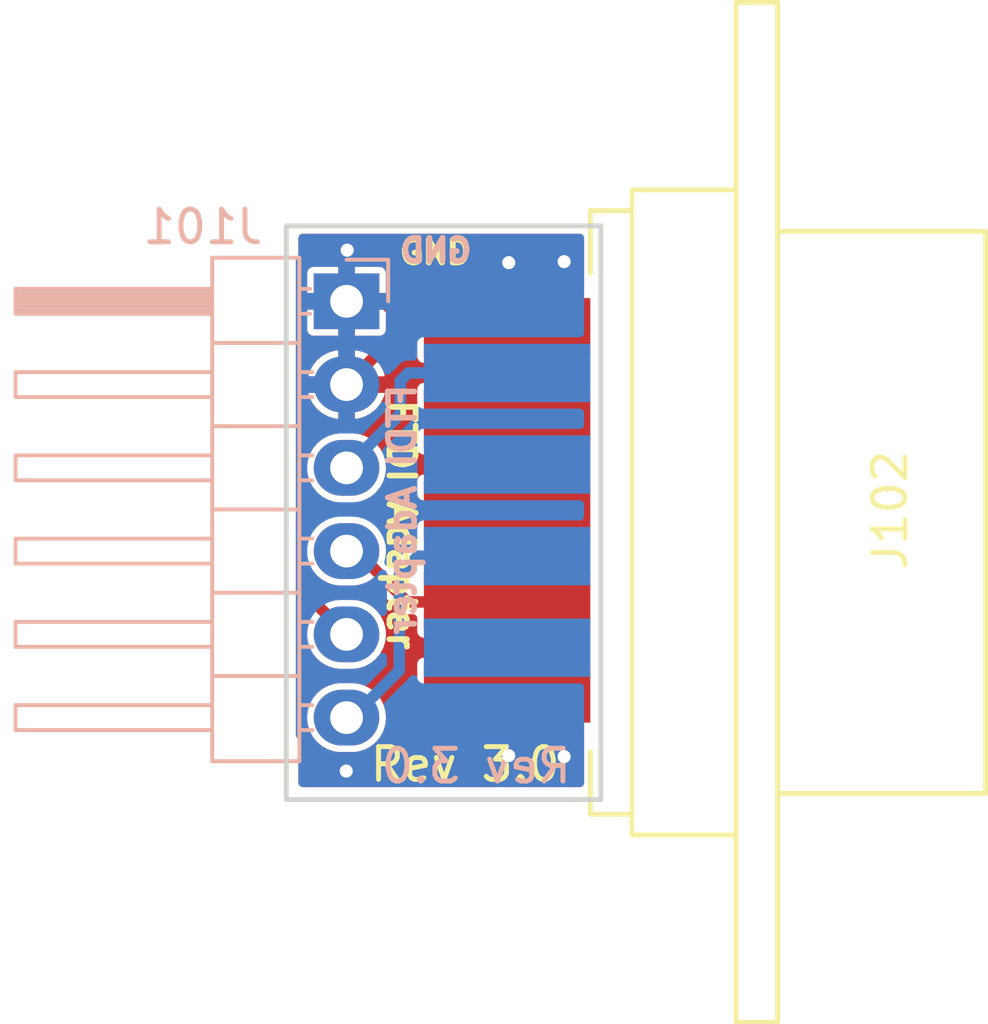
<source format=kicad_pcb>
(kicad_pcb (version 20211014) (generator pcbnew)
  (layers (0 "F.Cu" signal) (31 "B.Cu" signal) (34 "B.Paste" user) (35 "F.Paste" user) (36 "B.SilkS" user "B.Silkscreen") (37 "F.SilkS" user "F.Silkscreen") (38 "B.Mask" user) (39 "F.Mask" user) (44 "Edge.Cuts" user))
  (net 0 "")
  (net 1 "GND")
  (net 2 "Net-(J101-Pad3)")
  (net 3 "Net-(J101-Pad4)")
  (net 4 "Net-(J101-Pad5)")
  (net 5 "Net-(J101-Pad6)")
  (footprint "Connector_PCBEdge:DB9F_CI_REV" (layer "F.Cu") (at 149.19 98.8565 -90)
    (fp_text reference "J102" (at 0 -9.144 90) (layer "F.SilkS"))
    (fp_text value "DB9_Male")
    (fp_line (start 9.906 -1.27) (end 9.906 -4.445) (layer "F.SilkS") (width 0.15))
    (fp_line (start 9.271 -1.27) (end -9.144 -1.27) (layer "F.SilkS") (width 0.15))
    (fp_line (start -8.509 -5.715) (end -8.509 -12.065) (layer "F.SilkS") (width 0.15))
    (fp_line (start 9.906 -4.445) (end -9.779 -4.445) (layer "F.SilkS") (width 0.15))
    (fp_line (start -15.494 -5.715) (end 15.621 -5.715) (layer "F.SilkS") (width 0.15))
    (fp_line (start 9.271 0) (end 9.271 -1.27) (layer "F.SilkS") (width 0.15))
    (fp_line (start -9.144 0) (end -9.144 -1.27) (layer "F.SilkS") (width 0.15))
    (fp_line (start 8.636 -5.715) (end 8.636 -12.065) (layer "F.SilkS") (width 0.15))
    (fp_line (start 7.366 0) (end 9.271 0) (layer "F.SilkS") (width 0.15))
    (fp_line (start -8.509 -12.065) (end 8.636 -12.065) (layer "F.SilkS") (width 0.15))
    (fp_line (start -7.239 0) (end -9.144 0) (layer "F.SilkS") (width 0.15))
    (fp_line (start 9.906 -1.27) (end 9.271 -1.27) (layer "F.SilkS") (width 0.15))
    (fp_line (start -15.494 -4.445) (end -15.494 -5.715) (layer "F.SilkS") (width 0.15))
    (fp_line (start -9.779 -1.27) (end -9.779 -4.445) (layer "F.SilkS") (width 0.15))
    (fp_line (start -9.144 -1.27) (end -9.779 -1.27) (layer "F.SilkS") (width 0.15))
    (fp_line (start 15.621 -4.445) (end 9.906 -4.445) (layer "F.SilkS") (width 0.15))
    (fp_line (start 15.621 -4.445) (end 15.621 -5.715) (layer "F.SilkS") (width 0.15))
    (fp_line (start -9.779 -4.445) (end -15.494 -4.445) (layer "F.SilkS") (width 0.15))
    (pad "1" connect rect locked (at 5.588 2.54 270) (size 1.778 5.08) (layers "F.Cu" "F.Mask"))
    (pad "2" connect rect locked (at 2.794 2.54 270) (size 1.778 5.08) (layers "F.Cu" "F.Mask") (net 3 "Net-(J101-Pad4)"))
    (pad "3" connect rect locked (at 0 2.54 270) (size 1.778 5.08) (layers "F.Cu" "F.Mask") (net 4 "Net-(J101-Pad5)"))
    (pad "4" connect rect locked (at -2.794 2.54 270) (size 1.778 5.08) (layers "F.Cu" "F.Mask"))
    (pad "5" connect rect locked (at -5.588 2.54 270) (size 1.778 5.08) (layers "F.Cu" "F.Mask") (net 1 "GND"))
    (pad "6" connect rect locked (at 4.191 2.54 270) (size 1.778 5.08) (layers "B.Cu" "B.Mask"))
    (pad "7" connect rect locked (at 1.397 2.54 270) (size 1.778 5.08) (layers "B.Cu" "B.Mask") (net 5 "Net-(J101-Pad6)"))
    (pad "8" connect rect locked (at -1.397 2.54 270) (size 1.778 5.08) (layers "B.Cu" "B.Mask"))
    (pad "9" connect rect locked (at -4.191 2.54 270) (size 1.778 5.08) (layers "B.Cu" "B.Mask") (net 2 "Net-(J101-Pad3)"))
  )
  (footprint "Connector_PinHeader_2.54mm:PinHeader_1x06_P2.54mm_Horizontal" (layer "B.Cu") (at 141.75 92.48 180)
    (fp_text reference "J101" (at 4.385 2.27) (layer "B.SilkS") (effects (justify mirror)))
    (fp_text value "Conn_01x06")
    (fp_line (start 4.1 -7.24) (end 10.1 -7.24) (layer "B.SilkS") (width 0.12))
    (fp_line (start 10.1 -2.92) (end 4.1 -2.92) (layer "B.SilkS") (width 0.12))
    (fp_line (start 1.44 -8.89) (end 4.1 -8.89) (layer "B.SilkS") (width 0.12))
    (fp_line (start 10.1 -4.7) (end 10.1 -5.46) (layer "B.SilkS") (width 0.12))
    (fp_line (start 4.1 0.08) (end 10.1 0.08) (layer "B.SilkS") (width 0.12))
    (fp_line (start 4.1 1.33) (end 1.44 1.33) (layer "B.SilkS") (width 0.12))
    (fp_line (start 10.1 -13.08) (end 4.1 -13.08) (layer "B.SilkS") (width 0.12))
    (fp_line (start 1.44 -14.03) (end 4.1 -14.03) (layer "B.SilkS") (width 0.12))
    (fp_line (start 4.1 -0.04) (end 10.1 -0.04) (layer "B.SilkS") (width 0.12))
    (fp_line (start 1.042929 -7.24) (end 1.44 -7.24) (layer "B.SilkS") (width 0.12))
    (fp_line (start 10.1 -0.38) (end 4.1 -0.38) (layer "B.SilkS") (width 0.12))
    (fp_line (start 10.1 -5.46) (end 4.1 -5.46) (layer "B.SilkS") (width 0.12))
    (fp_line (start 1.11 -0.38) (end 1.44 -0.38) (layer "B.SilkS") (width 0.12))
    (fp_line (start -1.27 0) (end -1.27 1.27) (layer "B.SilkS") (width 0.12))
    (fp_line (start 4.1 0.32) (end 10.1 0.32) (layer "B.SilkS") (width 0.12))
    (fp_line (start 1.042929 -12.32) (end 1.44 -12.32) (layer "B.SilkS") (width 0.12))
    (fp_line (start 10.1 0.38) (end 10.1 -0.38) (layer "B.SilkS") (width 0.12))
    (fp_line (start 4.1 -0.28) (end 10.1 -0.28) (layer "B.SilkS") (width 0.12))
    (fp_line (start 10.1 -10.54) (end 4.1 -10.54) (layer "B.SilkS") (width 0.12))
    (fp_line (start 10.1 -9.78) (end 10.1 -10.54) (layer "B.SilkS") (width 0.12))
    (fp_line (start 1.042929 -2.16) (end 1.44 -2.16) (layer "B.SilkS") (width 0.12))
    (fp_line (start 4.1 -9.78) (end 10.1 -9.78) (layer "B.SilkS") (width 0.12))
    (fp_line (start 4.1 -14.03) (end 4.1 1.33) (layer "B.SilkS") (width 0.12))
    (fp_line (start 1.042929 -9.78) (end 1.44 -9.78) (layer "B.SilkS") (width 0.12))
    (fp_line (start 1.042929 -10.54) (end 1.44 -10.54) (layer "B.SilkS") (width 0.12))
    (fp_line (start 1.44 -3.81) (end 4.1 -3.81) (layer "B.SilkS") (width 0.12))
    (fp_line (start 10.1 -12.32) (end 10.1 -13.08) (layer "B.SilkS") (width 0.12))
    (fp_line (start 1.042929 -4.7) (end 1.44 -4.7) (layer "B.SilkS") (width 0.12))
    (fp_line (start 1.042929 -13.08) (end 1.44 -13.08) (layer "B.SilkS") (width 0.12))
    (fp_line (start 4.1 -12.32) (end 10.1 -12.32) (layer "B.SilkS") (width 0.12))
    (fp_line (start 1.042929 -8) (end 1.44 -8) (layer "B.SilkS") (width 0.12))
    (fp_line (start 1.11 0.38) (end 1.44 0.38) (layer "B.SilkS") (width 0.12))
    (fp_line (start 4.1 -2.16) (end 10.1 -2.16) (layer "B.SilkS") (width 0.12))
    (fp_line (start 4.1 0.2) (end 10.1 0.2) (layer "B.SilkS") (width 0.12))
    (fp_line (start -1.27 1.27) (end 0 1.27) (layer "B.SilkS") (width 0.12))
    (fp_line (start 1.44 -11.43) (end 4.1 -11.43) (layer "B.SilkS") (width 0.12))
    (fp_line (start 4.1 0.38) (end 10.1 0.38) (layer "B.SilkS") (width 0.12))
    (fp_line (start 10.1 -7.24) (end 10.1 -8) (layer "B.SilkS") (width 0.12))
    (fp_line (start 4.1 -0.16) (end 10.1 -0.16) (layer "B.SilkS") (width 0.12))
    (fp_line (start 4.1 -4.7) (end 10.1 -4.7) (layer "B.SilkS") (width 0.12))
    (fp_line (start 1.44 1.33) (end 1.44 -14.03) (layer "B.SilkS") (width 0.12))
    (fp_line (start 1.042929 -5.46) (end 1.44 -5.46) (layer "B.SilkS") (width 0.12))
    (fp_line (start 10.1 -2.16) (end 10.1 -2.92) (layer "B.SilkS") (width 0.12))
    (fp_line (start 1.44 -1.27) (end 4.1 -1.27) (layer "B.SilkS") (width 0.12))
    (fp_line (start 10.1 -8) (end 4.1 -8) (layer "B.SilkS") (width 0.12))
    (fp_line (start 1.44 -6.35) (end 4.1 -6.35) (layer "B.SilkS") (width 0.12))
    (fp_line (start 1.042929 -2.92) (end 1.44 -2.92) (layer "B.SilkS") (width 0.12))
    (pad "1" thru_hole rect locked (at 0 0 180) (size 2 1.7) (drill 1) (layers *.Cu *.Mask) (net 1 "GND"))
    (pad "2" thru_hole oval locked (at 0 -2.54 180) (size 2 1.7) (drill 1) (layers *.Cu *.Mask) (net 1 "GND"))
    (pad "3" thru_hole oval locked (at 0 -5.08 180) (size 2 1.7) (drill 1) (layers *.Cu *.Mask) (net 2 "Net-(J101-Pad3)"))
    (pad "4" thru_hole oval locked (at 0 -7.62 180) (size 2 1.7) (drill 1) (layers *.Cu *.Mask) (net 3 "Net-(J101-Pad4)"))
    (pad "5" thru_hole oval locked (at 0 -10.16 180) (size 2 1.7) (drill 1) (layers *.Cu *.Mask) (net 4 "Net-(J101-Pad5)"))
    (pad "6" thru_hole oval locked (at 0 -12.7 180) (size 2 1.7) (drill 1) (layers *.Cu *.Mask) (net 5 "Net-(J101-Pad6)"))
  )
  (gr_line locked (start 139.91 107.68) (end 149.51 107.68) (layer "Edge.Cuts") (width 0.15))
  (gr_line locked (start 149.51 90.18) (end 149.51 107.68) (layer "Edge.Cuts") (width 0.15))
  (gr_line locked (start 139.91 90.18) (end 149.51 90.18) (layer "Edge.Cuts") (width 0.15))
  (gr_line locked (start 139.91 107.68) (end 139.91 90.18) (layer "Edge.Cuts") (width 0.15))
  (gr_text "FTDI Adapter" (at 143.45 98.83 90) (layer "B.SilkS") (effects (font (size 0.8 0.8) (thickness 0.175)) (justify mirror)))
  (gr_text "Rev 3.0" (at 145.71 106.66) (layer "B.SilkS") (effects (font (size 1 1)) (justify mirror)))
  (gr_text "GND" (at 144.48 90.93) (layer "B.SilkS") (effects (font (size 0.7 0.7) (thickness 0.175)) (justify mirror)))
  (gr_text "Rev 3.0" (at 145.37 106.61) (layer "F.SilkS") (effects (font (size 1 1))))
  (gr_text "FTDI Adapter" (at 143.42 99.3 -90) (layer "F.SilkS") (effects (font (size 0.8 0.8) (thickness 0.175))))
  (gr_text "GND" (at 144.46 90.98) (layer "F.SilkS") (effects (font (size 0.7 0.7) (thickness 0.175))))
  (segment (start 141.75 95.02) (end 143.5015 93.2685) (width 0.35) (layer "F.Cu") (net 1))
  (segment (start 141.75 92.48) (end 142.86 92.48) (width 0.35) (layer "F.Cu") (net 1))
  (segment (start 141.75 92.48) (end 141.75 90.94) (width 0.35) (layer "F.Cu") (net 1))
  (segment (start 141.74 106.81) (end 146.23 106.81) (width 0.35) (layer "F.Cu") (net 1))
  (segment (start 148.36 91.3) (end 148.39 91.27) (width 0.35) (layer "F.Cu") (net 1))
  (segment (start 143.5015 93.2685) (end 146.65 93.2685) (width 0.35) (layer "F.Cu") (net 1))
  (segment (start 146.7 91.3) (end 148.36 91.3) (width 0.35) (layer "F.Cu") (net 1))
  (segment (start 142.86 92.48) (end 143.6485 93.2685) (width 0.35) (layer "F.Cu") (net 1))
  (segment (start 141.75 90.94) (end 141.77 90.92) (width 0.35) (layer "F.Cu") (net 1))
  (segment (start 143.6485 93.2685) (end 146.65 93.2685) (width 0.35) (layer "F.Cu") (net 1))
  (segment (start 146.23 106.81) (end 146.7 106.34) (width 0.35) (layer "F.Cu") (net 1))
  (via (at 141.74 106.81) (size 0.8) (drill 0.4) (layers "F.Cu" "B.Cu") (net 1))
  (via (at 146.7 106.34) (size 0.8) (drill 0.4) (layers "F.Cu" "B.Cu") (net 1))
  (via (at 146.7 91.3) (size 0.8) (drill 0.4) (layers "F.Cu" "B.Cu") (net 1))
  (via (at 141.77 90.92) (size 0.8) (drill 0.4) (layers "F.Cu" "B.Cu") (net 1))
  (via (at 148.39 91.27) (size 0.8) (drill 0.4) (layers "F.Cu" "B.Cu") (net 1))
  (via (at 148.39 106.37) (size 0.8) (drill 0.4) (layers "F.Cu" "B.Cu") (net 1))
  (segment (start 140.37548 105.687212) (end 141.498268 106.81) (width 0.35) (layer "B.Cu") (net 1))
  (segment (start 146.32 90.92) (end 146.7 91.3) (width 0.35) (layer "B.Cu") (net 1))
  (segment (start 140.37548 91.22452) (end 140.37548 105.687212) (width 0.35) (layer "B.Cu") (net 1))
  (segment (start 141.77 90.92) (end 140.68 90.92) (width 0.35) (layer "B.Cu") (net 1))
  (segment (start 141.77 90.92) (end 146.32 90.92) (width 0.35) (layer "B.Cu") (net 1))
  (segment (start 146.7 106.34) (end 148.36 106.34) (width 0.35) (layer "B.Cu") (net 1))
  (segment (start 140.68 90.92) (end 140.37548 91.22452) (width 0.35) (layer "B.Cu") (net 1))
  (segment (start 148.36 106.34) (end 148.39 106.37) (width 0.35) (layer "B.Cu") (net 1))
  (segment (start 141.498268 106.81) (end 141.74 106.81) (width 0.35) (layer "B.Cu") (net 1))
  (segment (start 143.6345 94.6655) (end 146.65 94.6655) (width 0.35) (layer "B.Cu") (net 2))
  (segment (start 141.75 97.56) (end 143.39 95.92) (width 0.35) (layer "B.Cu") (net 2))
  (segment (start 143.39 95.92) (end 143.39 94.91) (width 0.35) (layer "B.Cu") (net 2))
  (segment (start 143.39 94.91) (end 143.6345 94.6655) (width 0.35) (layer "B.Cu") (net 2))
  (segment (start 141.75 100.1) (end 142.05 100.1) (width 0.35) (layer "F.Cu") (net 3))
  (segment (start 142.05 100.1) (end 143.6005 101.6505) (width 0.35) (layer "F.Cu") (net 3))
  (segment (start 143.6005 101.6505) (end 146.65 101.6505) (width 0.35) (layer "F.Cu") (net 3))
  (segment (start 141.75 102.64) (end 140.37548 101.26548) (width 0.35) (layer "F.Cu") (net 4))
  (segment (start 140.37548 101.26548) (end 140.37548 99.17452) (width 0.35) (layer "F.Cu") (net 4))
  (segment (start 140.37548 99.17452) (end 140.6935 98.8565) (width 0.35) (layer "F.Cu") (net 4))
  (segment (start 140.6935 98.8565) (end 146.65 98.8565) (width 0.35) (layer "F.Cu") (net 4))
  (segment (start 141.75 105.18) (end 141.92 105.18) (width 0.35) (layer "B.Cu") (net 5))
  (segment (start 143.9265 100.2535) (end 146.65 100.2535) (width 0.35) (layer "B.Cu") (net 5))
  (segment (start 143.36 100.82) (end 143.9265 100.2535) (width 0.35) (layer "B.Cu") (net 5))
  (segment (start 143.36 103.74) (end 143.36 100.82) (width 0.35) (layer "B.Cu") (net 5))
  (segment (start 141.92 105.18) (end 143.36 103.74) (width 0.35) (layer "B.Cu") (net 5))
  (zone (net 1) (net_name "GND") (layers F&B.Cu) (name "Plane") (connect_pads (clearance 0.127)) (min_thickness 0.254) (fill yes (thermal_gap 0.2) (thermal_bridge_width 0.508))
    (polygon (pts (xy 149 107.3) (xy 140.28 107.3) (xy 140.28 90.42) (xy 149 90.42)))
  )
)
</source>
